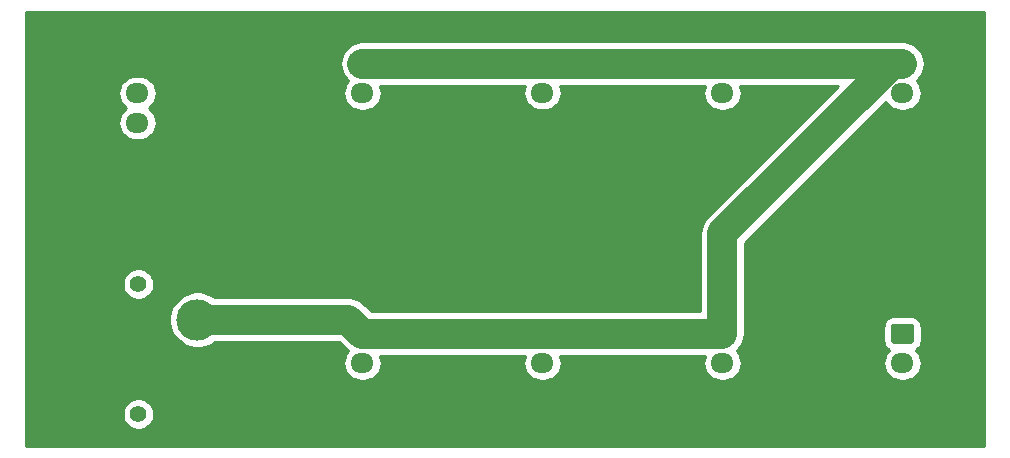
<source format=gbr>
%TF.GenerationSoftware,KiCad,Pcbnew,(5.1.9)-1*%
%TF.CreationDate,2021-07-19T11:38:20+01:00*%
%TF.ProjectId,2S-parallel-board,32532d70-6172-4616-9c6c-656c2d626f61,rev?*%
%TF.SameCoordinates,Original*%
%TF.FileFunction,Copper,L2,Bot*%
%TF.FilePolarity,Positive*%
%FSLAX46Y46*%
G04 Gerber Fmt 4.6, Leading zero omitted, Abs format (unit mm)*
G04 Created by KiCad (PCBNEW (5.1.9)-1) date 2021-07-19 11:38:20*
%MOMM*%
%LPD*%
G01*
G04 APERTURE LIST*
%TA.AperFunction,ComponentPad*%
%ADD10C,3.500000*%
%TD*%
%TA.AperFunction,ComponentPad*%
%ADD11R,3.500000X3.500000*%
%TD*%
%TA.AperFunction,ComponentPad*%
%ADD12C,1.400000*%
%TD*%
%TA.AperFunction,ComponentPad*%
%ADD13O,1.950000X1.700000*%
%TD*%
%TA.AperFunction,Conductor*%
%ADD14C,2.500000*%
%TD*%
%TA.AperFunction,Conductor*%
%ADD15C,0.254000*%
%TD*%
%TA.AperFunction,Conductor*%
%ADD16C,0.100000*%
%TD*%
G04 APERTURE END LIST*
D10*
%TO.P,J9,2*%
%TO.N,VCC*%
X91440000Y-120730000D03*
D11*
%TO.P,J9,1*%
%TO.N,GND*%
X91440000Y-125730000D03*
D12*
%TO.P,J9,*%
%TO.N,*%
X86440000Y-117730000D03*
X86440000Y-128730000D03*
%TD*%
D13*
%TO.P,J10,3*%
%TO.N,VCC*%
X86360000Y-104060000D03*
%TO.P,J10,2*%
%TO.N,Net-(J1-Pad2)*%
X86360000Y-101560000D03*
%TO.P,J10,1*%
%TO.N,GND*%
%TA.AperFunction,ComponentPad*%
G36*
G01*
X85635000Y-98210000D02*
X87085000Y-98210000D01*
G75*
G02*
X87335000Y-98460000I0J-250000D01*
G01*
X87335000Y-99660000D01*
G75*
G02*
X87085000Y-99910000I-250000J0D01*
G01*
X85635000Y-99910000D01*
G75*
G02*
X85385000Y-99660000I0J250000D01*
G01*
X85385000Y-98460000D01*
G75*
G02*
X85635000Y-98210000I250000J0D01*
G01*
G37*
%TD.AperFunction*%
%TD*%
%TO.P,J8,3*%
%TO.N,GND*%
X151130000Y-126920000D03*
%TO.P,J8,2*%
%TO.N,Net-(J1-Pad2)*%
X151130000Y-124420000D03*
%TO.P,J8,1*%
%TO.N,VCC*%
%TA.AperFunction,ComponentPad*%
G36*
G01*
X150405000Y-121070000D02*
X151855000Y-121070000D01*
G75*
G02*
X152105000Y-121320000I0J-250000D01*
G01*
X152105000Y-122520000D01*
G75*
G02*
X151855000Y-122770000I-250000J0D01*
G01*
X150405000Y-122770000D01*
G75*
G02*
X150155000Y-122520000I0J250000D01*
G01*
X150155000Y-121320000D01*
G75*
G02*
X150405000Y-121070000I250000J0D01*
G01*
G37*
%TD.AperFunction*%
%TD*%
%TO.P,J7,3*%
%TO.N,GND*%
X135890000Y-126920000D03*
%TO.P,J7,2*%
%TO.N,Net-(J1-Pad2)*%
X135890000Y-124420000D03*
%TO.P,J7,1*%
%TO.N,VCC*%
%TA.AperFunction,ComponentPad*%
G36*
G01*
X135165000Y-121070000D02*
X136615000Y-121070000D01*
G75*
G02*
X136865000Y-121320000I0J-250000D01*
G01*
X136865000Y-122520000D01*
G75*
G02*
X136615000Y-122770000I-250000J0D01*
G01*
X135165000Y-122770000D01*
G75*
G02*
X134915000Y-122520000I0J250000D01*
G01*
X134915000Y-121320000D01*
G75*
G02*
X135165000Y-121070000I250000J0D01*
G01*
G37*
%TD.AperFunction*%
%TD*%
%TO.P,J6,3*%
%TO.N,GND*%
X120650000Y-126920000D03*
%TO.P,J6,2*%
%TO.N,Net-(J1-Pad2)*%
X120650000Y-124420000D03*
%TO.P,J6,1*%
%TO.N,VCC*%
%TA.AperFunction,ComponentPad*%
G36*
G01*
X119925000Y-121070000D02*
X121375000Y-121070000D01*
G75*
G02*
X121625000Y-121320000I0J-250000D01*
G01*
X121625000Y-122520000D01*
G75*
G02*
X121375000Y-122770000I-250000J0D01*
G01*
X119925000Y-122770000D01*
G75*
G02*
X119675000Y-122520000I0J250000D01*
G01*
X119675000Y-121320000D01*
G75*
G02*
X119925000Y-121070000I250000J0D01*
G01*
G37*
%TD.AperFunction*%
%TD*%
%TO.P,J5,3*%
%TO.N,GND*%
X105410000Y-126920000D03*
%TO.P,J5,2*%
%TO.N,Net-(J1-Pad2)*%
X105410000Y-124420000D03*
%TO.P,J5,1*%
%TO.N,VCC*%
%TA.AperFunction,ComponentPad*%
G36*
G01*
X104685000Y-121070000D02*
X106135000Y-121070000D01*
G75*
G02*
X106385000Y-121320000I0J-250000D01*
G01*
X106385000Y-122520000D01*
G75*
G02*
X106135000Y-122770000I-250000J0D01*
G01*
X104685000Y-122770000D01*
G75*
G02*
X104435000Y-122520000I0J250000D01*
G01*
X104435000Y-121320000D01*
G75*
G02*
X104685000Y-121070000I250000J0D01*
G01*
G37*
%TD.AperFunction*%
%TD*%
%TO.P,J4,3*%
%TO.N,GND*%
X151130000Y-104060000D03*
%TO.P,J4,2*%
%TO.N,Net-(J1-Pad2)*%
X151130000Y-101560000D03*
%TO.P,J4,1*%
%TO.N,VCC*%
%TA.AperFunction,ComponentPad*%
G36*
G01*
X150405000Y-98210000D02*
X151855000Y-98210000D01*
G75*
G02*
X152105000Y-98460000I0J-250000D01*
G01*
X152105000Y-99660000D01*
G75*
G02*
X151855000Y-99910000I-250000J0D01*
G01*
X150405000Y-99910000D01*
G75*
G02*
X150155000Y-99660000I0J250000D01*
G01*
X150155000Y-98460000D01*
G75*
G02*
X150405000Y-98210000I250000J0D01*
G01*
G37*
%TD.AperFunction*%
%TD*%
%TO.P,J3,3*%
%TO.N,GND*%
X135890000Y-104060000D03*
%TO.P,J3,2*%
%TO.N,Net-(J1-Pad2)*%
X135890000Y-101560000D03*
%TO.P,J3,1*%
%TO.N,VCC*%
%TA.AperFunction,ComponentPad*%
G36*
G01*
X135165000Y-98210000D02*
X136615000Y-98210000D01*
G75*
G02*
X136865000Y-98460000I0J-250000D01*
G01*
X136865000Y-99660000D01*
G75*
G02*
X136615000Y-99910000I-250000J0D01*
G01*
X135165000Y-99910000D01*
G75*
G02*
X134915000Y-99660000I0J250000D01*
G01*
X134915000Y-98460000D01*
G75*
G02*
X135165000Y-98210000I250000J0D01*
G01*
G37*
%TD.AperFunction*%
%TD*%
%TO.P,J2,3*%
%TO.N,GND*%
X120650000Y-104020000D03*
%TO.P,J2,2*%
%TO.N,Net-(J1-Pad2)*%
X120650000Y-101520000D03*
%TO.P,J2,1*%
%TO.N,VCC*%
%TA.AperFunction,ComponentPad*%
G36*
G01*
X119925000Y-98170000D02*
X121375000Y-98170000D01*
G75*
G02*
X121625000Y-98420000I0J-250000D01*
G01*
X121625000Y-99620000D01*
G75*
G02*
X121375000Y-99870000I-250000J0D01*
G01*
X119925000Y-99870000D01*
G75*
G02*
X119675000Y-99620000I0J250000D01*
G01*
X119675000Y-98420000D01*
G75*
G02*
X119925000Y-98170000I250000J0D01*
G01*
G37*
%TD.AperFunction*%
%TD*%
%TO.P,J1,3*%
%TO.N,GND*%
X105410000Y-104060000D03*
%TO.P,J1,2*%
%TO.N,Net-(J1-Pad2)*%
X105410000Y-101560000D03*
%TO.P,J1,1*%
%TO.N,VCC*%
%TA.AperFunction,ComponentPad*%
G36*
G01*
X104685000Y-98210000D02*
X106135000Y-98210000D01*
G75*
G02*
X106385000Y-98460000I0J-250000D01*
G01*
X106385000Y-99660000D01*
G75*
G02*
X106135000Y-99910000I-250000J0D01*
G01*
X104685000Y-99910000D01*
G75*
G02*
X104435000Y-99660000I0J250000D01*
G01*
X104435000Y-98460000D01*
G75*
G02*
X104685000Y-98210000I250000J0D01*
G01*
G37*
%TD.AperFunction*%
%TD*%
D14*
%TO.N,VCC*%
X104220000Y-120730000D02*
X105410000Y-121920000D01*
X91440000Y-120730000D02*
X104220000Y-120730000D01*
X105410000Y-121920000D02*
X135890000Y-121920000D01*
X150252295Y-99060000D02*
X151130000Y-99060000D01*
X135890000Y-113422295D02*
X150252295Y-99060000D01*
X135890000Y-121920000D02*
X135890000Y-113422295D01*
X151130000Y-99060000D02*
X105410000Y-99060000D01*
%TD*%
D15*
%TO.N,GND*%
X158065001Y-131395000D02*
X76885000Y-131395000D01*
X76885000Y-128598514D01*
X85105000Y-128598514D01*
X85105000Y-128861486D01*
X85156304Y-129119405D01*
X85256939Y-129362359D01*
X85403038Y-129581013D01*
X85588987Y-129766962D01*
X85807641Y-129913061D01*
X86050595Y-130013696D01*
X86308514Y-130065000D01*
X86571486Y-130065000D01*
X86829405Y-130013696D01*
X87072359Y-129913061D01*
X87291013Y-129766962D01*
X87476962Y-129581013D01*
X87623061Y-129362359D01*
X87723696Y-129119405D01*
X87775000Y-128861486D01*
X87775000Y-128598514D01*
X87723696Y-128340595D01*
X87623061Y-128097641D01*
X87476962Y-127878987D01*
X87291013Y-127693038D01*
X87072359Y-127546939D01*
X86829405Y-127446304D01*
X86571486Y-127395000D01*
X86308514Y-127395000D01*
X86050595Y-127446304D01*
X85807641Y-127546939D01*
X85588987Y-127693038D01*
X85403038Y-127878987D01*
X85256939Y-128097641D01*
X85156304Y-128340595D01*
X85105000Y-128598514D01*
X76885000Y-128598514D01*
X76885000Y-120495098D01*
X89055000Y-120495098D01*
X89055000Y-120964902D01*
X89146654Y-121425679D01*
X89326440Y-121859721D01*
X89587450Y-122250349D01*
X89919651Y-122582550D01*
X90310279Y-122843560D01*
X90744321Y-123023346D01*
X91205098Y-123115000D01*
X91674902Y-123115000D01*
X92135679Y-123023346D01*
X92569721Y-122843560D01*
X92911784Y-122615000D01*
X103439208Y-122615000D01*
X104011626Y-123187418D01*
X104070655Y-123259345D01*
X104217537Y-123379888D01*
X104044294Y-123590986D01*
X103906401Y-123848966D01*
X103821487Y-124128889D01*
X103792815Y-124420000D01*
X103821487Y-124711111D01*
X103906401Y-124991034D01*
X104044294Y-125249014D01*
X104229866Y-125475134D01*
X104455986Y-125660706D01*
X104713966Y-125798599D01*
X104993889Y-125883513D01*
X105212050Y-125905000D01*
X105607950Y-125905000D01*
X105826111Y-125883513D01*
X106106034Y-125798599D01*
X106364014Y-125660706D01*
X106590134Y-125475134D01*
X106775706Y-125249014D01*
X106913599Y-124991034D01*
X106998513Y-124711111D01*
X107027185Y-124420000D01*
X106998513Y-124128889D01*
X106913599Y-123848966D01*
X106890099Y-123805000D01*
X119169901Y-123805000D01*
X119146401Y-123848966D01*
X119061487Y-124128889D01*
X119032815Y-124420000D01*
X119061487Y-124711111D01*
X119146401Y-124991034D01*
X119284294Y-125249014D01*
X119469866Y-125475134D01*
X119695986Y-125660706D01*
X119953966Y-125798599D01*
X120233889Y-125883513D01*
X120452050Y-125905000D01*
X120847950Y-125905000D01*
X121066111Y-125883513D01*
X121346034Y-125798599D01*
X121604014Y-125660706D01*
X121830134Y-125475134D01*
X122015706Y-125249014D01*
X122153599Y-124991034D01*
X122238513Y-124711111D01*
X122267185Y-124420000D01*
X122238513Y-124128889D01*
X122153599Y-123848966D01*
X122130099Y-123805000D01*
X134409901Y-123805000D01*
X134386401Y-123848966D01*
X134301487Y-124128889D01*
X134272815Y-124420000D01*
X134301487Y-124711111D01*
X134386401Y-124991034D01*
X134524294Y-125249014D01*
X134709866Y-125475134D01*
X134935986Y-125660706D01*
X135193966Y-125798599D01*
X135473889Y-125883513D01*
X135692050Y-125905000D01*
X136087950Y-125905000D01*
X136306111Y-125883513D01*
X136586034Y-125798599D01*
X136844014Y-125660706D01*
X137070134Y-125475134D01*
X137255706Y-125249014D01*
X137393599Y-124991034D01*
X137478513Y-124711111D01*
X137507185Y-124420000D01*
X149512815Y-124420000D01*
X149541487Y-124711111D01*
X149626401Y-124991034D01*
X149764294Y-125249014D01*
X149949866Y-125475134D01*
X150175986Y-125660706D01*
X150433966Y-125798599D01*
X150713889Y-125883513D01*
X150932050Y-125905000D01*
X151327950Y-125905000D01*
X151546111Y-125883513D01*
X151826034Y-125798599D01*
X152084014Y-125660706D01*
X152310134Y-125475134D01*
X152495706Y-125249014D01*
X152633599Y-124991034D01*
X152718513Y-124711111D01*
X152747185Y-124420000D01*
X152718513Y-124128889D01*
X152633599Y-123848966D01*
X152495706Y-123590986D01*
X152310134Y-123364866D01*
X152246663Y-123312777D01*
X152348386Y-123258405D01*
X152482962Y-123147962D01*
X152593405Y-123013386D01*
X152675472Y-122859850D01*
X152726008Y-122693254D01*
X152743072Y-122520000D01*
X152743072Y-121320000D01*
X152726008Y-121146746D01*
X152675472Y-120980150D01*
X152593405Y-120826614D01*
X152482962Y-120692038D01*
X152348386Y-120581595D01*
X152194850Y-120499528D01*
X152028254Y-120448992D01*
X151855000Y-120431928D01*
X150405000Y-120431928D01*
X150231746Y-120448992D01*
X150065150Y-120499528D01*
X149911614Y-120581595D01*
X149777038Y-120692038D01*
X149666595Y-120826614D01*
X149584528Y-120980150D01*
X149533992Y-121146746D01*
X149516928Y-121320000D01*
X149516928Y-122520000D01*
X149533992Y-122693254D01*
X149584528Y-122859850D01*
X149666595Y-123013386D01*
X149777038Y-123147962D01*
X149911614Y-123258405D01*
X150013337Y-123312777D01*
X149949866Y-123364866D01*
X149764294Y-123590986D01*
X149626401Y-123848966D01*
X149541487Y-124128889D01*
X149512815Y-124420000D01*
X137507185Y-124420000D01*
X137478513Y-124128889D01*
X137393599Y-123848966D01*
X137255706Y-123590986D01*
X137082463Y-123379888D01*
X137229345Y-123259345D01*
X137464903Y-122972317D01*
X137639939Y-122644848D01*
X137747725Y-122289524D01*
X137784120Y-121920000D01*
X137775000Y-121827403D01*
X137775000Y-114203087D01*
X149703260Y-102274827D01*
X149764294Y-102389014D01*
X149949866Y-102615134D01*
X150175986Y-102800706D01*
X150433966Y-102938599D01*
X150713889Y-103023513D01*
X150932050Y-103045000D01*
X151327950Y-103045000D01*
X151546111Y-103023513D01*
X151826034Y-102938599D01*
X152084014Y-102800706D01*
X152310134Y-102615134D01*
X152495706Y-102389014D01*
X152633599Y-102131034D01*
X152718513Y-101851111D01*
X152747185Y-101560000D01*
X152718513Y-101268889D01*
X152633599Y-100988966D01*
X152495706Y-100730986D01*
X152322463Y-100519888D01*
X152469345Y-100399345D01*
X152704903Y-100112317D01*
X152879939Y-99784848D01*
X152987725Y-99429524D01*
X153024120Y-99060000D01*
X152987725Y-98690476D01*
X152879939Y-98335152D01*
X152704903Y-98007683D01*
X152469345Y-97720655D01*
X152182317Y-97485097D01*
X151854848Y-97310061D01*
X151499524Y-97202275D01*
X151222597Y-97175000D01*
X150344881Y-97175000D01*
X150252294Y-97165881D01*
X150159707Y-97175000D01*
X105317403Y-97175000D01*
X105040476Y-97202275D01*
X104685152Y-97310061D01*
X104357683Y-97485097D01*
X104070655Y-97720655D01*
X103835097Y-98007683D01*
X103660061Y-98335152D01*
X103552275Y-98690476D01*
X103515880Y-99060000D01*
X103552275Y-99429524D01*
X103660061Y-99784848D01*
X103835097Y-100112317D01*
X104070655Y-100399345D01*
X104217537Y-100519888D01*
X104044294Y-100730986D01*
X103906401Y-100988966D01*
X103821487Y-101268889D01*
X103792815Y-101560000D01*
X103821487Y-101851111D01*
X103906401Y-102131034D01*
X104044294Y-102389014D01*
X104229866Y-102615134D01*
X104455986Y-102800706D01*
X104713966Y-102938599D01*
X104993889Y-103023513D01*
X105212050Y-103045000D01*
X105607950Y-103045000D01*
X105826111Y-103023513D01*
X106106034Y-102938599D01*
X106364014Y-102800706D01*
X106590134Y-102615134D01*
X106775706Y-102389014D01*
X106913599Y-102131034D01*
X106998513Y-101851111D01*
X107027185Y-101560000D01*
X106998513Y-101268889D01*
X106913599Y-100988966D01*
X106890099Y-100945000D01*
X119148521Y-100945000D01*
X119146401Y-100948966D01*
X119061487Y-101228889D01*
X119032815Y-101520000D01*
X119061487Y-101811111D01*
X119146401Y-102091034D01*
X119284294Y-102349014D01*
X119469866Y-102575134D01*
X119695986Y-102760706D01*
X119953966Y-102898599D01*
X120233889Y-102983513D01*
X120452050Y-103005000D01*
X120847950Y-103005000D01*
X121066111Y-102983513D01*
X121346034Y-102898599D01*
X121604014Y-102760706D01*
X121830134Y-102575134D01*
X122015706Y-102349014D01*
X122153599Y-102091034D01*
X122238513Y-101811111D01*
X122267185Y-101520000D01*
X122238513Y-101228889D01*
X122153599Y-100948966D01*
X122151479Y-100945000D01*
X134409901Y-100945000D01*
X134386401Y-100988966D01*
X134301487Y-101268889D01*
X134272815Y-101560000D01*
X134301487Y-101851111D01*
X134386401Y-102131034D01*
X134524294Y-102389014D01*
X134709866Y-102615134D01*
X134935986Y-102800706D01*
X135193966Y-102938599D01*
X135473889Y-103023513D01*
X135692050Y-103045000D01*
X136087950Y-103045000D01*
X136306111Y-103023513D01*
X136586034Y-102938599D01*
X136844014Y-102800706D01*
X137070134Y-102615134D01*
X137255706Y-102389014D01*
X137393599Y-102131034D01*
X137478513Y-101851111D01*
X137507185Y-101560000D01*
X137478513Y-101268889D01*
X137393599Y-100988966D01*
X137370099Y-100945000D01*
X145701503Y-100945000D01*
X134622578Y-112023925D01*
X134550656Y-112082950D01*
X134491631Y-112154872D01*
X134491628Y-112154875D01*
X134315098Y-112369978D01*
X134140062Y-112697447D01*
X134032275Y-113052771D01*
X133995881Y-113422295D01*
X134005001Y-113514894D01*
X134005000Y-120035000D01*
X106190792Y-120035000D01*
X105618374Y-119462582D01*
X105559345Y-119390655D01*
X105272317Y-119155097D01*
X104944848Y-118980061D01*
X104589524Y-118872275D01*
X104312597Y-118845000D01*
X104312589Y-118845000D01*
X104220000Y-118835881D01*
X104127411Y-118845000D01*
X92911784Y-118845000D01*
X92569721Y-118616440D01*
X92135679Y-118436654D01*
X91674902Y-118345000D01*
X91205098Y-118345000D01*
X90744321Y-118436654D01*
X90310279Y-118616440D01*
X89919651Y-118877450D01*
X89587450Y-119209651D01*
X89326440Y-119600279D01*
X89146654Y-120034321D01*
X89055000Y-120495098D01*
X76885000Y-120495098D01*
X76885000Y-117598514D01*
X85105000Y-117598514D01*
X85105000Y-117861486D01*
X85156304Y-118119405D01*
X85256939Y-118362359D01*
X85403038Y-118581013D01*
X85588987Y-118766962D01*
X85807641Y-118913061D01*
X86050595Y-119013696D01*
X86308514Y-119065000D01*
X86571486Y-119065000D01*
X86829405Y-119013696D01*
X87072359Y-118913061D01*
X87291013Y-118766962D01*
X87476962Y-118581013D01*
X87623061Y-118362359D01*
X87723696Y-118119405D01*
X87775000Y-117861486D01*
X87775000Y-117598514D01*
X87723696Y-117340595D01*
X87623061Y-117097641D01*
X87476962Y-116878987D01*
X87291013Y-116693038D01*
X87072359Y-116546939D01*
X86829405Y-116446304D01*
X86571486Y-116395000D01*
X86308514Y-116395000D01*
X86050595Y-116446304D01*
X85807641Y-116546939D01*
X85588987Y-116693038D01*
X85403038Y-116878987D01*
X85256939Y-117097641D01*
X85156304Y-117340595D01*
X85105000Y-117598514D01*
X76885000Y-117598514D01*
X76885000Y-101560000D01*
X84742815Y-101560000D01*
X84771487Y-101851111D01*
X84856401Y-102131034D01*
X84994294Y-102389014D01*
X85179866Y-102615134D01*
X85405986Y-102800706D01*
X85423374Y-102810000D01*
X85405986Y-102819294D01*
X85179866Y-103004866D01*
X84994294Y-103230986D01*
X84856401Y-103488966D01*
X84771487Y-103768889D01*
X84742815Y-104060000D01*
X84771487Y-104351111D01*
X84856401Y-104631034D01*
X84994294Y-104889014D01*
X85179866Y-105115134D01*
X85405986Y-105300706D01*
X85663966Y-105438599D01*
X85943889Y-105523513D01*
X86162050Y-105545000D01*
X86557950Y-105545000D01*
X86776111Y-105523513D01*
X87056034Y-105438599D01*
X87314014Y-105300706D01*
X87540134Y-105115134D01*
X87725706Y-104889014D01*
X87863599Y-104631034D01*
X87948513Y-104351111D01*
X87977185Y-104060000D01*
X87948513Y-103768889D01*
X87863599Y-103488966D01*
X87725706Y-103230986D01*
X87540134Y-103004866D01*
X87314014Y-102819294D01*
X87296626Y-102810000D01*
X87314014Y-102800706D01*
X87540134Y-102615134D01*
X87725706Y-102389014D01*
X87863599Y-102131034D01*
X87948513Y-101851111D01*
X87977185Y-101560000D01*
X87948513Y-101268889D01*
X87863599Y-100988966D01*
X87725706Y-100730986D01*
X87540134Y-100504866D01*
X87314014Y-100319294D01*
X87056034Y-100181401D01*
X86776111Y-100096487D01*
X86557950Y-100075000D01*
X86162050Y-100075000D01*
X85943889Y-100096487D01*
X85663966Y-100181401D01*
X85405986Y-100319294D01*
X85179866Y-100504866D01*
X84994294Y-100730986D01*
X84856401Y-100988966D01*
X84771487Y-101268889D01*
X84742815Y-101560000D01*
X76885000Y-101560000D01*
X76885000Y-94665000D01*
X158065000Y-94665000D01*
X158065001Y-131395000D01*
%TA.AperFunction,Conductor*%
D16*
G36*
X158065001Y-131395000D02*
G01*
X76885000Y-131395000D01*
X76885000Y-128598514D01*
X85105000Y-128598514D01*
X85105000Y-128861486D01*
X85156304Y-129119405D01*
X85256939Y-129362359D01*
X85403038Y-129581013D01*
X85588987Y-129766962D01*
X85807641Y-129913061D01*
X86050595Y-130013696D01*
X86308514Y-130065000D01*
X86571486Y-130065000D01*
X86829405Y-130013696D01*
X87072359Y-129913061D01*
X87291013Y-129766962D01*
X87476962Y-129581013D01*
X87623061Y-129362359D01*
X87723696Y-129119405D01*
X87775000Y-128861486D01*
X87775000Y-128598514D01*
X87723696Y-128340595D01*
X87623061Y-128097641D01*
X87476962Y-127878987D01*
X87291013Y-127693038D01*
X87072359Y-127546939D01*
X86829405Y-127446304D01*
X86571486Y-127395000D01*
X86308514Y-127395000D01*
X86050595Y-127446304D01*
X85807641Y-127546939D01*
X85588987Y-127693038D01*
X85403038Y-127878987D01*
X85256939Y-128097641D01*
X85156304Y-128340595D01*
X85105000Y-128598514D01*
X76885000Y-128598514D01*
X76885000Y-120495098D01*
X89055000Y-120495098D01*
X89055000Y-120964902D01*
X89146654Y-121425679D01*
X89326440Y-121859721D01*
X89587450Y-122250349D01*
X89919651Y-122582550D01*
X90310279Y-122843560D01*
X90744321Y-123023346D01*
X91205098Y-123115000D01*
X91674902Y-123115000D01*
X92135679Y-123023346D01*
X92569721Y-122843560D01*
X92911784Y-122615000D01*
X103439208Y-122615000D01*
X104011626Y-123187418D01*
X104070655Y-123259345D01*
X104217537Y-123379888D01*
X104044294Y-123590986D01*
X103906401Y-123848966D01*
X103821487Y-124128889D01*
X103792815Y-124420000D01*
X103821487Y-124711111D01*
X103906401Y-124991034D01*
X104044294Y-125249014D01*
X104229866Y-125475134D01*
X104455986Y-125660706D01*
X104713966Y-125798599D01*
X104993889Y-125883513D01*
X105212050Y-125905000D01*
X105607950Y-125905000D01*
X105826111Y-125883513D01*
X106106034Y-125798599D01*
X106364014Y-125660706D01*
X106590134Y-125475134D01*
X106775706Y-125249014D01*
X106913599Y-124991034D01*
X106998513Y-124711111D01*
X107027185Y-124420000D01*
X106998513Y-124128889D01*
X106913599Y-123848966D01*
X106890099Y-123805000D01*
X119169901Y-123805000D01*
X119146401Y-123848966D01*
X119061487Y-124128889D01*
X119032815Y-124420000D01*
X119061487Y-124711111D01*
X119146401Y-124991034D01*
X119284294Y-125249014D01*
X119469866Y-125475134D01*
X119695986Y-125660706D01*
X119953966Y-125798599D01*
X120233889Y-125883513D01*
X120452050Y-125905000D01*
X120847950Y-125905000D01*
X121066111Y-125883513D01*
X121346034Y-125798599D01*
X121604014Y-125660706D01*
X121830134Y-125475134D01*
X122015706Y-125249014D01*
X122153599Y-124991034D01*
X122238513Y-124711111D01*
X122267185Y-124420000D01*
X122238513Y-124128889D01*
X122153599Y-123848966D01*
X122130099Y-123805000D01*
X134409901Y-123805000D01*
X134386401Y-123848966D01*
X134301487Y-124128889D01*
X134272815Y-124420000D01*
X134301487Y-124711111D01*
X134386401Y-124991034D01*
X134524294Y-125249014D01*
X134709866Y-125475134D01*
X134935986Y-125660706D01*
X135193966Y-125798599D01*
X135473889Y-125883513D01*
X135692050Y-125905000D01*
X136087950Y-125905000D01*
X136306111Y-125883513D01*
X136586034Y-125798599D01*
X136844014Y-125660706D01*
X137070134Y-125475134D01*
X137255706Y-125249014D01*
X137393599Y-124991034D01*
X137478513Y-124711111D01*
X137507185Y-124420000D01*
X149512815Y-124420000D01*
X149541487Y-124711111D01*
X149626401Y-124991034D01*
X149764294Y-125249014D01*
X149949866Y-125475134D01*
X150175986Y-125660706D01*
X150433966Y-125798599D01*
X150713889Y-125883513D01*
X150932050Y-125905000D01*
X151327950Y-125905000D01*
X151546111Y-125883513D01*
X151826034Y-125798599D01*
X152084014Y-125660706D01*
X152310134Y-125475134D01*
X152495706Y-125249014D01*
X152633599Y-124991034D01*
X152718513Y-124711111D01*
X152747185Y-124420000D01*
X152718513Y-124128889D01*
X152633599Y-123848966D01*
X152495706Y-123590986D01*
X152310134Y-123364866D01*
X152246663Y-123312777D01*
X152348386Y-123258405D01*
X152482962Y-123147962D01*
X152593405Y-123013386D01*
X152675472Y-122859850D01*
X152726008Y-122693254D01*
X152743072Y-122520000D01*
X152743072Y-121320000D01*
X152726008Y-121146746D01*
X152675472Y-120980150D01*
X152593405Y-120826614D01*
X152482962Y-120692038D01*
X152348386Y-120581595D01*
X152194850Y-120499528D01*
X152028254Y-120448992D01*
X151855000Y-120431928D01*
X150405000Y-120431928D01*
X150231746Y-120448992D01*
X150065150Y-120499528D01*
X149911614Y-120581595D01*
X149777038Y-120692038D01*
X149666595Y-120826614D01*
X149584528Y-120980150D01*
X149533992Y-121146746D01*
X149516928Y-121320000D01*
X149516928Y-122520000D01*
X149533992Y-122693254D01*
X149584528Y-122859850D01*
X149666595Y-123013386D01*
X149777038Y-123147962D01*
X149911614Y-123258405D01*
X150013337Y-123312777D01*
X149949866Y-123364866D01*
X149764294Y-123590986D01*
X149626401Y-123848966D01*
X149541487Y-124128889D01*
X149512815Y-124420000D01*
X137507185Y-124420000D01*
X137478513Y-124128889D01*
X137393599Y-123848966D01*
X137255706Y-123590986D01*
X137082463Y-123379888D01*
X137229345Y-123259345D01*
X137464903Y-122972317D01*
X137639939Y-122644848D01*
X137747725Y-122289524D01*
X137784120Y-121920000D01*
X137775000Y-121827403D01*
X137775000Y-114203087D01*
X149703260Y-102274827D01*
X149764294Y-102389014D01*
X149949866Y-102615134D01*
X150175986Y-102800706D01*
X150433966Y-102938599D01*
X150713889Y-103023513D01*
X150932050Y-103045000D01*
X151327950Y-103045000D01*
X151546111Y-103023513D01*
X151826034Y-102938599D01*
X152084014Y-102800706D01*
X152310134Y-102615134D01*
X152495706Y-102389014D01*
X152633599Y-102131034D01*
X152718513Y-101851111D01*
X152747185Y-101560000D01*
X152718513Y-101268889D01*
X152633599Y-100988966D01*
X152495706Y-100730986D01*
X152322463Y-100519888D01*
X152469345Y-100399345D01*
X152704903Y-100112317D01*
X152879939Y-99784848D01*
X152987725Y-99429524D01*
X153024120Y-99060000D01*
X152987725Y-98690476D01*
X152879939Y-98335152D01*
X152704903Y-98007683D01*
X152469345Y-97720655D01*
X152182317Y-97485097D01*
X151854848Y-97310061D01*
X151499524Y-97202275D01*
X151222597Y-97175000D01*
X150344881Y-97175000D01*
X150252294Y-97165881D01*
X150159707Y-97175000D01*
X105317403Y-97175000D01*
X105040476Y-97202275D01*
X104685152Y-97310061D01*
X104357683Y-97485097D01*
X104070655Y-97720655D01*
X103835097Y-98007683D01*
X103660061Y-98335152D01*
X103552275Y-98690476D01*
X103515880Y-99060000D01*
X103552275Y-99429524D01*
X103660061Y-99784848D01*
X103835097Y-100112317D01*
X104070655Y-100399345D01*
X104217537Y-100519888D01*
X104044294Y-100730986D01*
X103906401Y-100988966D01*
X103821487Y-101268889D01*
X103792815Y-101560000D01*
X103821487Y-101851111D01*
X103906401Y-102131034D01*
X104044294Y-102389014D01*
X104229866Y-102615134D01*
X104455986Y-102800706D01*
X104713966Y-102938599D01*
X104993889Y-103023513D01*
X105212050Y-103045000D01*
X105607950Y-103045000D01*
X105826111Y-103023513D01*
X106106034Y-102938599D01*
X106364014Y-102800706D01*
X106590134Y-102615134D01*
X106775706Y-102389014D01*
X106913599Y-102131034D01*
X106998513Y-101851111D01*
X107027185Y-101560000D01*
X106998513Y-101268889D01*
X106913599Y-100988966D01*
X106890099Y-100945000D01*
X119148521Y-100945000D01*
X119146401Y-100948966D01*
X119061487Y-101228889D01*
X119032815Y-101520000D01*
X119061487Y-101811111D01*
X119146401Y-102091034D01*
X119284294Y-102349014D01*
X119469866Y-102575134D01*
X119695986Y-102760706D01*
X119953966Y-102898599D01*
X120233889Y-102983513D01*
X120452050Y-103005000D01*
X120847950Y-103005000D01*
X121066111Y-102983513D01*
X121346034Y-102898599D01*
X121604014Y-102760706D01*
X121830134Y-102575134D01*
X122015706Y-102349014D01*
X122153599Y-102091034D01*
X122238513Y-101811111D01*
X122267185Y-101520000D01*
X122238513Y-101228889D01*
X122153599Y-100948966D01*
X122151479Y-100945000D01*
X134409901Y-100945000D01*
X134386401Y-100988966D01*
X134301487Y-101268889D01*
X134272815Y-101560000D01*
X134301487Y-101851111D01*
X134386401Y-102131034D01*
X134524294Y-102389014D01*
X134709866Y-102615134D01*
X134935986Y-102800706D01*
X135193966Y-102938599D01*
X135473889Y-103023513D01*
X135692050Y-103045000D01*
X136087950Y-103045000D01*
X136306111Y-103023513D01*
X136586034Y-102938599D01*
X136844014Y-102800706D01*
X137070134Y-102615134D01*
X137255706Y-102389014D01*
X137393599Y-102131034D01*
X137478513Y-101851111D01*
X137507185Y-101560000D01*
X137478513Y-101268889D01*
X137393599Y-100988966D01*
X137370099Y-100945000D01*
X145701503Y-100945000D01*
X134622578Y-112023925D01*
X134550656Y-112082950D01*
X134491631Y-112154872D01*
X134491628Y-112154875D01*
X134315098Y-112369978D01*
X134140062Y-112697447D01*
X134032275Y-113052771D01*
X133995881Y-113422295D01*
X134005001Y-113514894D01*
X134005000Y-120035000D01*
X106190792Y-120035000D01*
X105618374Y-119462582D01*
X105559345Y-119390655D01*
X105272317Y-119155097D01*
X104944848Y-118980061D01*
X104589524Y-118872275D01*
X104312597Y-118845000D01*
X104312589Y-118845000D01*
X104220000Y-118835881D01*
X104127411Y-118845000D01*
X92911784Y-118845000D01*
X92569721Y-118616440D01*
X92135679Y-118436654D01*
X91674902Y-118345000D01*
X91205098Y-118345000D01*
X90744321Y-118436654D01*
X90310279Y-118616440D01*
X89919651Y-118877450D01*
X89587450Y-119209651D01*
X89326440Y-119600279D01*
X89146654Y-120034321D01*
X89055000Y-120495098D01*
X76885000Y-120495098D01*
X76885000Y-117598514D01*
X85105000Y-117598514D01*
X85105000Y-117861486D01*
X85156304Y-118119405D01*
X85256939Y-118362359D01*
X85403038Y-118581013D01*
X85588987Y-118766962D01*
X85807641Y-118913061D01*
X86050595Y-119013696D01*
X86308514Y-119065000D01*
X86571486Y-119065000D01*
X86829405Y-119013696D01*
X87072359Y-118913061D01*
X87291013Y-118766962D01*
X87476962Y-118581013D01*
X87623061Y-118362359D01*
X87723696Y-118119405D01*
X87775000Y-117861486D01*
X87775000Y-117598514D01*
X87723696Y-117340595D01*
X87623061Y-117097641D01*
X87476962Y-116878987D01*
X87291013Y-116693038D01*
X87072359Y-116546939D01*
X86829405Y-116446304D01*
X86571486Y-116395000D01*
X86308514Y-116395000D01*
X86050595Y-116446304D01*
X85807641Y-116546939D01*
X85588987Y-116693038D01*
X85403038Y-116878987D01*
X85256939Y-117097641D01*
X85156304Y-117340595D01*
X85105000Y-117598514D01*
X76885000Y-117598514D01*
X76885000Y-101560000D01*
X84742815Y-101560000D01*
X84771487Y-101851111D01*
X84856401Y-102131034D01*
X84994294Y-102389014D01*
X85179866Y-102615134D01*
X85405986Y-102800706D01*
X85423374Y-102810000D01*
X85405986Y-102819294D01*
X85179866Y-103004866D01*
X84994294Y-103230986D01*
X84856401Y-103488966D01*
X84771487Y-103768889D01*
X84742815Y-104060000D01*
X84771487Y-104351111D01*
X84856401Y-104631034D01*
X84994294Y-104889014D01*
X85179866Y-105115134D01*
X85405986Y-105300706D01*
X85663966Y-105438599D01*
X85943889Y-105523513D01*
X86162050Y-105545000D01*
X86557950Y-105545000D01*
X86776111Y-105523513D01*
X87056034Y-105438599D01*
X87314014Y-105300706D01*
X87540134Y-105115134D01*
X87725706Y-104889014D01*
X87863599Y-104631034D01*
X87948513Y-104351111D01*
X87977185Y-104060000D01*
X87948513Y-103768889D01*
X87863599Y-103488966D01*
X87725706Y-103230986D01*
X87540134Y-103004866D01*
X87314014Y-102819294D01*
X87296626Y-102810000D01*
X87314014Y-102800706D01*
X87540134Y-102615134D01*
X87725706Y-102389014D01*
X87863599Y-102131034D01*
X87948513Y-101851111D01*
X87977185Y-101560000D01*
X87948513Y-101268889D01*
X87863599Y-100988966D01*
X87725706Y-100730986D01*
X87540134Y-100504866D01*
X87314014Y-100319294D01*
X87056034Y-100181401D01*
X86776111Y-100096487D01*
X86557950Y-100075000D01*
X86162050Y-100075000D01*
X85943889Y-100096487D01*
X85663966Y-100181401D01*
X85405986Y-100319294D01*
X85179866Y-100504866D01*
X84994294Y-100730986D01*
X84856401Y-100988966D01*
X84771487Y-101268889D01*
X84742815Y-101560000D01*
X76885000Y-101560000D01*
X76885000Y-94665000D01*
X158065000Y-94665000D01*
X158065001Y-131395000D01*
G37*
%TD.AperFunction*%
%TD*%
M02*

</source>
